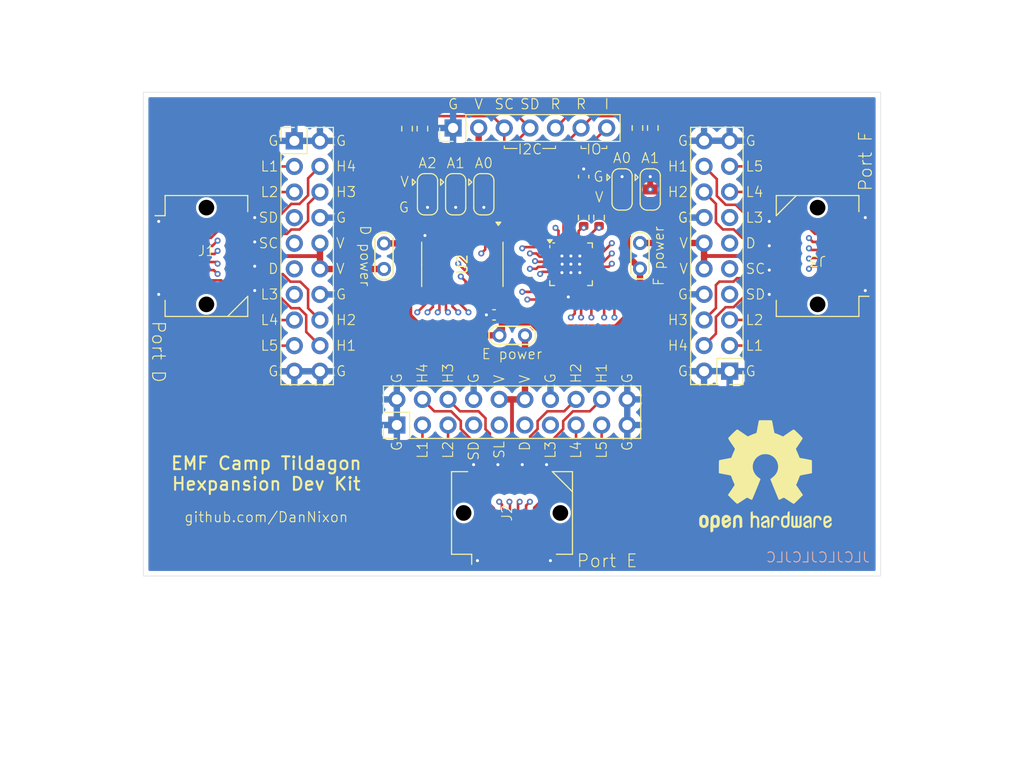
<source format=kicad_pcb>
(kicad_pcb (version 20240108) (generator "pcbnew") (generator_version "8.0")
  (layers (0 "F.Cu" signal) (1 "In1.Cu" signal) (2 "In2.Cu" signal) (31 "B.Cu" signal) (34 "B.Paste" user) (35 "F.Paste" user) (36 "B.SilkS" user "B.Silkscreen") (37 "F.SilkS" user "F.Silkscreen") (38 "B.Mask" user) (39 "F.Mask" user) (44 "Edge.Cuts" user))
  (net 0 "")
  (net 1 "GND")
  (net 2 "/PORT_D_3V3")
  (net 3 "/PORT_D_LS_1")
  (net 4 "/PORT_D_HS_4")
  (net 5 "/PORT_D_LS_3")
  (net 6 "/PORT_D_DET")
  (net 7 "/PORT_D_SDA")
  (net 8 "/PORT_D_HS_1")
  (net 9 "/PORT_D_HS_2")
  (net 10 "/PORT_D_LS_4")
  (net 11 "/PORT_D_HS_3")
  (net 12 "/PORT_D_LS_5")
  (net 13 "/PORT_D_LS_2")
  (net 14 "/PORT_D_SCL")
  (net 15 "/PORT_E_3V3")
  (net 16 "/PORT_E_HS_3")
  (net 17 "/PORT_E_LS_5")
  (net 18 "/PORT_E_LS_4")
  (net 19 "/PORT_E_LS_1")
  (net 20 "/PORT_E_LS_3")
  (net 21 "/PORT_E_HS_2")
  (net 22 "/PORT_E_HS_4")
  (net 23 "/PORT_E_SDA")
  (net 24 "/PORT_E_SCL")
  (net 25 "/PORT_E_DET")
  (net 26 "/PORT_E_HS_1")
  (net 27 "/PORT_E_LS_2")
  (net 28 "/PORT_F_HS_2")
  (net 29 "/PORT_F_3V3")
  (net 30 "/PORT_F_LS_2")
  (net 31 "/PORT_F_SCL")
  (net 32 "/PORT_F_LS_4")
  (net 33 "/PORT_F_LS_1")
  (net 34 "/PORT_F_HS_1")
  (net 35 "/PORT_F_HS_3")
  (net 36 "/PORT_F_HS_4")
  (net 37 "/PORT_F_LS_5")
  (net 38 "/PORT_F_LS_3")
  (net 39 "/PORT_F_SDA")
  (net 40 "/PORT_F_DET")
  (net 41 "/SDA")
  (net 42 "/SCL")
  (net 43 "/I2C_MUX_RST")
  (net 44 "+3V3")
  (net 45 "/IO_MUX_RST")
  (net 46 "/IO_MUX_INT")
  (net 47 "/IO_MUX_A0")
  (net 48 "/IO_MUX_A1")
  (net 49 "/I2C_MUX_A0")
  (net 50 "/I2C_MUX_A1")
  (net 51 "/I2C_MUX_A2")
  (net 53 "/SYS_SCL")
  (net 54 "/SYS_SDA")
  (footprint "TestPoint:TestPoint_2Pads_Pitch2.54mm_Drill0.8mm" (layer "F.Cu") (at 125.75 84.074)
    (property "Reference" "JP7" (hide yes))
    (property "Value" "Jumper_2_Open")
  )
  (footprint "Package_DFN_QFN:QFN-24-1EP_4x4mm_P0.5mm_EP2.7x2.6mm" (layer "F.Cu") (at 132.862 77.019)
    (property "Reference" "U1" (hide yes))
    (property "Value" "AW9523B")
  )
  (footprint "Capacitor_SMD:C_0603_1608Metric" (layer "F.Cu") (at 125.222 82.042 180)
    (property "Reference" "C2" (hide yes))
    (property "Value" "100nF")
  )
  (footprint "Resistor_SMD:R_0603_1608Metric" (layer "F.Cu") (at 139.446 63.5 90)
    (property "Reference" "R1" (hide yes))
    (property "Value" "4k7")
  )
  (footprint "Jumper:SolderJumper-3_P1.3mm_Bridged12_RoundedPad1.0x1.5mm" (layer "F.Cu") (at 121.412 70.074 -90)
    (property "Reference" "JP4" (hide yes))
    (property "Value" "SolderJumper_3_Bridged12")
  )
  (footprint "Jumper:SolderJumper-3_P1.3mm_Bridged12_RoundedPad1.0x1.5mm" (layer "F.Cu") (at 124.206 70.074 -90)
    (property "Reference" "JP3" (hide yes))
    (property "Value" "SolderJumper_3_Bridged12")
  )
  (footprint "Resistor_SMD:R_0603_1608Metric" (layer "F.Cu") (at 135.636 72.39 -90)
    (property "Reference" "R5" (hide yes))
    (property "Value" "4K7")
  )
  (footprint "Jumper:SolderJumper-3_P1.3mm_Bridged12_RoundedPad1.0x1.5mm" (layer "F.Cu") (at 140.716 69.596 -90)
    (property "Reference" "JP2" (hide yes))
    (property "Value" "SolderJumper_3_Bridged12")
  )
  (footprint "Package_SO:TSSOP-24_4.4x7.8mm_P0.65mm" (layer "F.Cu") (at 122.073 77.0305 -90)
    (property "Reference" "U2")
    (property "Value" "TCA9548APWR")
  )
  (footprint "tildagon:SFP" (layer "F.Cu") (at 127 101.694 90)
    (property "Reference" "J2")
    (property "Value" "Conn_02x10_Counter_Clockwise")
  )
  (footprint "Resistor_SMD:R_0603_1608Metric" (layer "F.Cu") (at 118.11 63.563 90)
    (property "Reference" "R3" (hide yes))
    (property "Value" "4K7")
  )
  (footprint "Resistor_SMD:R_0603_1608Metric" (layer "F.Cu") (at 116.586 63.563 90)
    (property "Reference" "R4" (hide yes))
    (property "Value" "4K7")
  )
  (footprint "Capacitor_SMD:C_0603_1608Metric" (layer "F.Cu") (at 134.112 68.326 90)
    (property "Reference" "C1" (hide yes))
    (property "Value" "100nF")
  )
  (footprint "Connector_PinHeader_2.54mm:PinHeader_1x07_P2.54mm_Vertical" (layer "F.Cu") (at 121.153 63.5 90)
    (property "Reference" "J4" (hide yes))
    (property "Value" "Conn_01x07")
  )
  (footprint "Resistor_SMD:R_0603_1608Metric" (layer "F.Cu") (at 140.97 63.5 90)
    (property "Reference" "R2" (hide yes))
    (property "Value" "4k7")
  )
  (footprint "tildagon:SFP" (layer "F.Cu") (at 96.68 76.2)
    (property "Reference" "J1")
    (property "Value" "Conn_02x10_Counter_Clockwise")
  )
  (footprint "Jumper:SolderJumper-3_P1.3mm_Bridged12_RoundedPad1.0x1.5mm" (layer "F.Cu") (at 137.922 69.596 -90)
    (property "Reference" "JP1" (hide yes))
    (property "Value" "SolderJumper_3_Bridged12")
  )
  (footprint "Connector_PinHeader_2.54mm:PinHeader_2x10_P2.54mm_Vertical" (layer "F.Cu") (at 148.595 87.625 180)
    (property "Reference" "J7" (hide yes))
    (property "Value" "Conn_02x10_Odd_Even")
  )
  (footprint "Connector_PinHeader_2.54mm:PinHeader_2x10_P2.54mm_Vertical" (layer "F.Cu") (at 105.405 64.775)
    (property "Reference" "J5" (hide yes))
    (property "Value" "Conn_02x10_Odd_Even")
  )
  (footprint "TestPoint:TestPoint_2Pads_Pitch2.54mm_Drill0.8mm" (layer "F.Cu") (at 114.3 74.95 -90)
    (property "Reference" "JP6" (hide yes))
    (property "Value" "Jumper_2_Open")
  )
  (footprint "TestPoint:TestPoint_2Pads_Pitch2.54mm_Drill0.8mm" (layer "F.Cu") (at 139.7 77.45 90)
    (property "Reference" "JP8" (hide yes))
    (property "Value" "Jumper_2_Open")
  )
  (footprint "Resistor_SMD:R_0603_1608Metric" (layer "F.Cu") (at 134.112 72.39 -90)
    (property "Reference" "R6" (hide yes))
    (property "Value" "4K7")
  )
  (footprint "tildagon:SFP" (layer "F.Cu") (at 157.32 76.2 180)
    (property "Reference" "J3")
    (property "Value" "Conn_02x10_Counter_Clockwise")
  )
  (footprint "Connector_PinHeader_2.54mm:PinHeader_2x10_P2.54mm_Vertical" (layer "F.Cu") (at 115.575 92.969 90)
    (property "Reference" "J6" (hide yes))
    (property "Value" "Conn_02x10_Odd_Even")
  )
  (footprint "Symbol:OSHW-Logo2_14.6x12mm_SilkScreen" (layer "F.Cu") (at 152.146 98.044)
    (property "Reference" "REF**" (hide yes))
    (property "Value" "OSHW-Logo2_14.6x12mm_SilkScreen" (hide yes))
  )
  (footprint "Jumper:SolderJumper-3_P1.3mm_Bridged12_RoundedPad1.0x1.5mm" (layer "F.Cu") (at 118.618 70.074 -90)
    (property "Reference" "JP5" (hide yes))
    (property "Value" "SolderJumper_3_Bridged12")
  )
  (gr_line (start 131.318 65.532) (end 131.318 65.278) (stroke (width 0.1)) (layer "F.SilkS"))
  (gr_line (start 136.398 65.532) (end 136.398 65.278) (stroke (width 0.1)) (layer "F.SilkS"))
  (gr_line (start 135.89 65.532) (end 136.398 65.532) (stroke (width 0.1)) (layer "F.SilkS"))
  (gr_line (start 127.508 65.532) (end 126.238 65.532) (stroke (width 0.1)) (layer "F.SilkS"))
  (gr_line (start 133.858 65.532) (end 133.858 65.278) (stroke (width 0.1)) (layer "F.SilkS"))
  (gr_line (start 126.238 65.532) (end 126.238 65.278) (stroke (width 0.1)) (layer "F.SilkS"))
  (gr_line (start 130.048 65.532) (end 131.318 65.532) (stroke (width 0.1)) (layer "F.SilkS"))
  (gr_line (start 134.366 65.532) (end 133.858 65.532) (stroke (width 0.1)) (layer "F.SilkS"))
  (gr_rect (start 90.424 59.944) (end 163.576 107.95) (stroke (width 0.05)) (fill none) (layer "Edge.Cuts"))
  (gr_text "JLCJLCJLCJLC" (at 162.56 106.68 0) (layer "B.SilkS") (effects (font (size 1 1) (thickness 0.1)) (justify left bottom mirror)))
  (gr_text "R" (at 133.858 61.722 0) (layer "F.SilkS") (effects (font (size 1 1) (thickness 0.1)) (justify bottom)))
  (gr_text "H1" (at 135.89 88.9 90) (layer "F.SilkS") (effects (font (size 1 1) (thickness 0.1)) (justify left)))
  (gr_text "L4" (at 150.114 69.85 0) (layer "F.SilkS") (effects (font (size 1 1) (thickness 0.1)) (justify left)))
  (gr_text "R" (at 131.318 61.722 0) (layer "F.SilkS") (effects (font (size 1 1) (thickness 0.1)) (justify bottom)))
  (gr_text "L4" (at 103.886 82.55 0) (layer "F.SilkS") (effects (font (size 1 1) (thickness 0.1)) (justify right)))
  (gr_text "SL" (at 125.73 94.488 90) (layer "F.SilkS") (effects (font (size 1 1) (thickness 0.1)) (justify right)))
  (gr_text "V" (at 116.84 68.834 0) (layer "F.SilkS") (effects (font (size 1 1) (thickness 0.1)) (justify right)))
  (gr_text "H2" (at 109.474 82.55 0) (layer "F.SilkS") (effects (font (size 1 1) (thickness 0.1)) (justify left)))
  (gr_text "D" (at 128.27 94.488 90) (layer "F.SilkS") (effects (font (size 1 1) (thickness 0.1)) (justify right)))
  (gr_text "SD" (at 103.886 72.39 0) (layer "F.SilkS") (effects (font (size 1 1) (thickness 0.1)) (justify right)))
  (gr_text "D" (at 150.114 74.93 0) (layer "F.SilkS") (effects (font (size 1 1) (thickness 0.1)) (justify left)))
  (gr_text "SC" (at 103.886 74.93 0) (layer "F.SilkS") (effects (font (size 1 1) (thickness 0.1)) (justify right)))
  (gr_text "Port D" (at 91.186 82.55 270) (layer "F.SilkS") (effects (font (size 1.27 1.27) (thickness 0.1016)) (justify left bottom)))
  (gr_text "A2" (at 118.618 67.564 0) (layer "F.SilkS") (effects (font (size 1 1) (thickness 0.1)) (justify bottom)))
  (gr_text "V" (at 144.526 77.47 0) (layer "F.SilkS") (effects (font (size 1 1) (thickness 0.1)) (justify right)))
  (gr_text "E power" (at 127 85.344 0) (layer "F.SilkS") (effects (font (size 1 1) (thickness 0.1)) (justify top)))
  (gr_text "G" (at 144.526 80.01 0) (layer "F.SilkS") (effects (font (size 1 1) (thickness 0.1)) (justify right)))
  (gr_text "Port F" (at 162.814 69.85 90) (layer "F.SilkS") (effects (font (size 1.27 1.27) (thickness 0.1016)) (justify left bottom)))
  (gr_text "A1" (at 140.716 67.056 0) (layer "F.SilkS") (effects (font (size 1 1) (thickness 0.1)) (justify bottom)))
  (gr_text "H4" (at 144.526 85.09 0) (layer "F.SilkS") (effects (font (size 1 1) (thickness 0.1)) (justify right)))
  (gr_text "L2" (at 150.114 82.55 0) (layer "F.SilkS") (effects (font (size 1 1) (thickness 0.1)) (justify left)))
  (gr_text "G" (at 150.114 87.63 0) (layer "F.SilkS") (effects (font (size 1 1) (thickness 0.1)) (justify left)))
  (gr_text "G" (at 116.84 71.374 0) (layer "F.SilkS") (effects (font (size 1 1) (thickness 0.1)) (justify right)))
  (gr_text "G" (at 103.886 64.77 0) (layer "F.SilkS") (effects (font (size 1 1) (thickness 0.1)) (justify right)))
  (gr_text "A0" (at 137.922 67.056 0) (layer "F.SilkS") (effects (font (size 1 1) (thickness 0.1)) (justify bottom)))
  (gr_text "V" (at 109.474 77.47 0) (layer "F.SilkS") (effects (font (size 1 1) (thickness 0.1)) (justify left)))
  (gr_text "SC" (at 126.238 61.722 0) (layer "F.SilkS") (effects (font (size 1 1) (thickness 0.1)) (justify bottom)))
  (gr_text "L3" (at 150.114 72.39 0) (layer "F.SilkS") (effects (font (size 1 1) (thickness 0.1)) (justify left)))
  (gr_text "D" (at 103.886 77.47 0) (layer "F.SilkS") (effects (font (size 1 1) (thickness 0.1)) (justify right)))
  (gr_text "SD" (at 128.778 61.722 0) (layer "F.SilkS") (effects (font (size 1 1) (thickness 0.1)) (justify bottom)))
  (gr_text "SC" (at 150.114 77.47 0) (layer "F.SilkS") (effects (font (size 1 1) (thickness 0.1)) (justify left)))
  (gr_text "L5" (at 150.114 67.31 0) (layer "F.SilkS") (effects (font (size 1 1) (thickness 0.1)) (justify left)))
  (gr_text "G" (at 130.81 88.9 90) (layer "F.SilkS") (effects (font (size 1 1) (thickness 0.1)) (justify left)))
  (gr_text "G" (at 103.886 87.63 0) (layer "F.SilkS") (effects (font (size 1 1) (thickness 0.1)) (justify right)))
  (gr_text "G" (at 144.526 72.39 0) (layer "F.SilkS") (effects (font (size 1 1) (thickness 0.1)) (justify right)))
  (gr_text "L5" (at 103.886 85.09 0) (layer "F.SilkS") (effects (font (size 1 1) (thickness 0.1)) (justify right)))
  (gr_text "IO" (at 135.128 65.024 0) (layer "F.SilkS") (effects (font (size 1 1) (thickness 0.1)) (justify top)))
  (gr_text "V" (at 109.474 74.93 0) (layer "F.SilkS") (effects (font (size 1 1) (thickness 0.1)) (justify left)))
  (gr_text "V" (at 144.526 74.93 0) (layer "F.SilkS") (effects (font (size 1 1) (thickness 0.1)) (justify right)))
  (gr_text "G" (at 109.474 87.63 0) (layer "F.SilkS") (effects (font (size 1 1) (thickness 0.1)) (justify left)))
  (gr_text "H3" (at 144.526 82.55 0) (layer "F.SilkS") (effects (font (size 1 1) (thickness 0.1)) (justify right)))
  (gr_text "SD" (at 150.114 80.01 0) (layer "F.SilkS") (effects (font (size 1 1) (thickness 0.1)) (justify left)))
  (gr_text "L1" (at 103.886 67.31 0) (layer "F.SilkS") (effects (font (size 1 1) (thickness 0.1)) (justify right)))
  (gr_text "G" (at 144.526 64.77 0) (layer "F.SilkS") (effects (font (size 1 1) (thickness 0.1)) (justify right)))
  (gr_text "L2" (at 120.65 94.488 90) (layer "F.SilkS") (effects (font (size 1 1) (thickness 0.1)) (justify right)))
  (gr_text "G" (at 115.57 94.488 90) (layer "F.SilkS") (effects (font (size 1 1) (thickness 0.1)) (justify right)))
  (gr_text "L1" (at 150.114 85.09 0) (layer "F.SilkS") (effects (font (size 1 1) (thickness 0.1)) (justify left)))
  (gr_text "H3" (at 109.474 69.85 0) (layer "F.SilkS") (effects (font (size 1 1) (thickness 0.1)) (justify left)))
  (gr_text "G" (at 150.114 64.77 0) (layer "F.SilkS") (effects (font (size 1 1) (thickness 0.1)) (justify left)))
  (gr_text "H1" (at 109.474 85.09 0) (layer "F.SilkS") (effects (font (size 1 1) (thickness 0.1)) (justify left)))
  (gr_text "G" (at 109.474 64.77 0) (layer "F.SilkS") (effects (font (size 1 1) (thickness 0.1)) (justify left)))
  (gr_text "L5" (at 135.89 94.488 90) (layer "F.SilkS") (effects (font (size 1 1) (thickness 0.1)) (justify right)))
  (gr_text "github.com/DanNixon" (at 102.616 102.108 0) (layer "F.SilkS") (effects (font (size 1 1) (thickness 0.1))))
  (gr_text "L2" (at 103.886 69.85 0) (layer "F.SilkS") (effects (font (size 1 1) (thickness 0.1)) (justify right)))
  (gr_text "H1" (at 144.526 67.31 0) (layer "F.SilkS") (effects (font (size 1 1) (thickness 0.1)) (justify right)))
  (gr_text "V" (at 123.698 61.722 0) (layer "F.SilkS") (effects (font (size 1 1) (thickness 0.1)) (justify bottom)))
  (gr_text "V" (at 136.144 70.358 0) (layer "F.SilkS") (effects (font (size 1 1) (thickness 0.1)) (justify right)))
  (gr_text "G" (at 109.474 72.39 0) (layer "F.SilkS") (effects (font (size 1 1) (thickness 0.1)) (justify left)))
  (gr_text "H2" (at 133.35 88.9 90) (layer "F.SilkS") (effects (font (size 1 1) (thickness 0.1)) (justify left)))
  (gr_text "A1" (at 121.412 67.564 0) (layer "F.SilkS") (effects (font (size 1 1) (thickness 0.1)) (justify bottom)))
  (gr_text "SD" (at 123.19 94.488 90) (layer "F.SilkS") (effects (font (size 1 1) (thickness 0.1)) (justify right)))
  (gr_text "G" (at 138.43 94.488 90) (layer "F.SilkS") (effects (font (size 1 1) (thickness 0.1)) (justify right)))
  (gr_text "I" (at 136.398 61.722 0) (layer "F.SilkS") (effects (font (size 1 1) (thickness 0.1)) (justify bottom)))
  (gr_text "G" (at 121.158 61.722 0) (layer "F.SilkS") (effects (font (size 1 1) (thickness 0.1)) (justify bottom)))
  (gr_text "G" (at 115.57 88.9 90) (layer "F.SilkS") (effects (font (size 1 1) (thickness 0.1)) (justify left)))
  (gr_text "H2" (at 144.526 69.85 0) (layer "F.SilkS") (effects (font (size 1 1) (thickness 0.1)) (justify right)))
  (gr_text "L3" (at 130.81 94.488 90) (layer "F.SilkS") (effects (font (size 1 1) (thickness 0.1)) (justify right)))
  (gr_text "L3" (at 103.886 80.01 0) (layer "F.SilkS") (effects (font (size 1 1) (thickness 0.1)) (justify right)))
  (gr_text "G" (at 136.144 68.326 0) (layer "F.SilkS") (effects (font (size 1 1) (thickness 0.1)) (justify right)))
  (gr_text "G" (at 144.526 72.39 0) (layer "F.SilkS") (effects (font (size 1 1) (thickness 0.1)) (justify right)))
  (gr_text "F power" (at 140.97 76.2 90) (layer "F.SilkS") (effects (font (size 1 1) (thickness 0.1)) (justify top)))
  (gr_text "V" (at 125.73 88.9 90) (layer "F.SilkS") (effects (font (size 1 1) (thickness 0.1)) (justify left)))
  (gr_text "H4" (at 118.11 88.9 90) (layer "F.SilkS") (effects (font (size 1 1) (thickness 0.1)) (justify left)))
  (gr_text "G" (at 138.43 88.9 90) (layer "F.SilkS") (effects (font (size 1 1) (thickness 0.1)) (justify left)))
  (gr_text "G" (at 123.19 88.9 90) (layer "F.SilkS") (effects (font (size 1 1) (thickness 0.1)) (justify left)))
  (gr_text "H4" (at 109.474 67.31 0) (layer "F.SilkS") (effects (font (size 1 1) (thickness 0.1)) (justify left)))
  (gr_text "H3" (at 120.65 88.9 90) (layer "F.SilkS") (effects (font (size 1 1) (thickness 0.1)) (justify left)))
  (gr_text "Port E" (at 133.35 107.188 0) (layer "F.SilkS") (effects (font (size 1.27 1.27) (thickness 0.1016)) (justify left bottom)))
  (gr_text "A0" (at 124.206 67.564 0) (layer "F.SilkS") (effects (font (size 1 1) (thickness 0.1)) (justify bottom)))
  (gr_text "G" (at 144.526 87.63 0) (layer "F.SilkS") (effects (font (size 1 1) (thickness 0.1)) (justify right)))
  (gr_text "D power" (at 113.03 76.2 -90) (layer "F.SilkS") (effects (font (size 1 1) (thickness 0.1)) (justify top)))
  (gr_text "EMF Camp Tildagon\nHexpansion Dev Kit" (at 102.616 97.79 0) (layer "F.SilkS") (effects (font (size 1.27 1.27) (thickness 0.2032))))
  (gr_text "G" (at 109.474 80.01 0) (layer "F.SilkS") (effects (font (size 1 1) (thickness 0.1)) (justify left)))
  (gr_text "I2C" (at 128.778 65.024 0) (layer "F.SilkS") (effects (font (size 1 1) (thickness 0.1)) (justify top)))
  (gr_text "V" (at 128.27 88.9 90) (layer "F.SilkS") (effects (font (size 1 1) (thickness 0.1)) (justify left)))
  (gr_text "L1" (at 118.11 94.488 90) (layer "F.SilkS") (effects (font (size 1 1) (thickness 0.1)) (justify right)))
  (gr_text "L4" (at 133.35 94.488 90) (layer "F.SilkS") (effects (font (size 1 1) (thickness 0.1)) (justify right)))
  (segment (start 132.612 80.24) (end 132.588 80.264) (width 0.254) (layer "F.Cu") (net 1))
  (segment (start 132.612 78.994) (end 132.612 80.24) (width 0.254) (layer "F.Cu") (net 1))
  (via (at 128.016 96.901) (size 0.6) (drill 0.3) (layers "F.Cu" "B.Cu") (net 1))
  (via (at 131.953 77.851) (size 0.6) (drill 0.3) (layers "F.Cu" "B.Cu") (net 1))
  (via (at 152.527 75.184) (size 0.6) (drill 0.3) (layers "F.Cu" "B.Cu") (net 1))
  (via (at 118.618 71.374) (size 0.6) (drill 0.3) (layers "F.Cu" "B.Cu") (net 1))
  (via (at 130.81 106.426) (size 0.6) (drill 0.3) (layers "F.Cu" "B.Cu") (net 1))
  (via (at 124.46 82.042) (size 0.6) (drill 0.3) (layers "F.Cu" "B.Cu") (net 1))
  (via (at 131.953 76.2) (size 0.6) (drill 0.3) (layers "F.Cu" "B.Cu") (net 1))
  (via (at 140.716 68.326) (size 0.6) (drill 0.3) (layers "F.Cu" "B.Cu") (net 1))
  (via (at 132.842 76.2) (size 0.6) (drill 0.3) (layers "F.Cu" "B.Cu") (net 1))
  (via (at 91.948 80.01) (size 0.6) (drill 0.3) (layers "F.Cu" "B.Cu") (net 1))
  (via (at 137.922 68.326) (size 0.6) (drill 0.3) (layers "F.Cu" "B.Cu") (net 1))
  (via (at 121.412 71.374) (size 0.6) (drill 0.3) (layers "F.Cu" "B.Cu") (net 1))
  (via (at 133.7056 77.0128) (size 0.6) (drill 0.3) (layers "F.Cu" "B.Cu") (net 1))
  (via (at 101.473 72.39) (size 0.6) (drill 0.3) (layers "F.Cu" "B.Cu") (net 1))
  (via (at 132.588 80.264) (size 0.6) (drill 0.3) (layers "F.Cu" "B.Cu") (net 1))
  (via (at 118.364 74.168) (size 0.6) (drill 0.3) (layers "F.Cu" "B.Cu") (net 1))
  (via (at 101.473 77.216) (size 0.6) (drill 0.3) (layers "F.Cu" "B.Cu") (net 1))
  (via (at 101.473 79.629) (size 0.6) (drill 0.3) (layers "F.Cu" "B.Cu") (net 1))
  (via (at 123.571 106.426) (size 0.6) (drill 0.3) (layers "F.Cu" "B.Cu") (net 1))
  (via (at 152.527 72.771) (size 0.6) (drill 0.3) (layers "F.Cu" "B.Cu") (net 1))
  (via (at 91.948 72.771) (size 0.6) (drill 0.3) (layers "F.Cu" "B.Cu") (net 1))
  (via (at 132.842 77.851) (size 0.6) (drill 0.3) (layers "F.Cu" "B.Cu") (net 1))
  (via (at 123.19 96.901) (size 0.6) (drill 0.3) (layers "F.Cu" "B.Cu") (net 1))
  (via (at 101.473 74.803) (size 0.6) (drill 0.3) (layers "F.Cu" "B.Cu") (net 1))
  (via (at 132.842 77.0128) (size 0.6) (drill 0.3) (layers "F.Cu" "B.Cu") (net 1))
  (via (at 130.429 96.901) (size 0.6) (drill 0.3) (layers "F.Cu" "B.Cu") (net 1))
  (via (at 162.052 79.629) (size 0.6) (drill 0.3) (layers "F.Cu" "B.Cu") (net 1))
  (via (at 162.052 72.39) (size 0.6) (drill 0.3) (layers "F.Cu" "B.Cu") (net 1))
  (via (at 125.603 96.901) (size 0.6) (drill 0.3) (layers "F.Cu" "B.Cu") (net 1))
  (via (at 124.206 71.374) (size 0.6) (drill 0.3) (layers "F.Cu" "B.Cu") (net 1))
  (via (at 133.731 76.2) (size 0.6) (drill 0.3) (layers "F.Cu" "B.Cu") (net 1))
  (via (at 152.527 77.597) (size 0.6) (drill 0.3) (layers "F.Cu" "B.Cu") (net 1))
  (via (at 152.527 80.01) (size 0.6) (drill 0.3) (layers "F.Cu" "B.Cu") (net 1))
  (via (at 131.9784 77.0128) (size 0.6) (drill 0.3) (layers "F.Cu" "B.Cu") (net 1))
  (via (at 134.112 67.564) (size 0.6) (drill 0.3) (layers "F.Cu" "B.Cu") (net 1))
  (via (at 133.731 77.851) (size 0.6) (drill 0.3) (layers "F.Cu" "B.Cu") (net 1))
  (segment (start 100.97 76.21) (end 100.78 76.4) (width 0.381) (layer "F.Cu") (net 2))
  (segment (start 107.945 76.21) (end 100.97 76.21) (width 0.381) (layer "F.Cu") (net 2))
  (segment (start 107.96 77.49) (end 107.945 77.475) (width 0.635) (layer "F.Cu") (net 2))
  (segment (start 114.3 77.49) (end 107.96 77.49) (width 0.635) (layer "F.Cu") (net 2))
  (segment (start 100.78 75.6) (end 100.78 76.4) (width 0.508) (layer "F.Cu") (net 2))
  (segment (start 107.945 74.935) (end 107.945 77.475) (width 0.635) (layer "F.Cu") (net 2))
  (segment (start 130.887 75.769) (end 130.437 75.319) (width 0.254) (layer "F.Cu") (net 3))
  (segment (start 97.29526 73.6) (end 103.58026 67.315) (width 0.254) (layer "F.Cu") (net 3))
  (segment (start 130.437 75.319) (end 128.135 75.319) (width 0.254) (layer "F.Cu") (net 3))
  (segment (start 103.58026 67.315) (end 105.405 67.315) (width 0.254) (layer "F.Cu") (net 3))
  (segment (start 92.58 73.6) (end 97.29526 73.6) (width 0.254) (layer "F.Cu") (net 3))
  (segment (start 128.135 75.319) (end 128.016 75.438) (width 0.254) (layer "F.Cu") (net 3))
  (via (at 128.016 75.438) (size 0.6) (drill 0.3) (layers "F.Cu" "B.Cu") (net 3))
  (segment (start 106.768 70.182) (end 106.768 68.492) (width 0.254) (layer "F.Cu") (net 4))
  (segment (start 102.93547 73.2) (end 105.10347 71.032) (width 0.254) (layer "F.Cu") (net 4))
  (segment (start 105.10347 71.032) (end 105.918 71.032) (width 0.254) (layer "F.Cu") (net 4))
  (segment (start 100.78 73.2) (end 102.93547 73.2) (width 0.254) (layer "F.Cu") (net 4))
  (segment (start 106.768 68.492) (end 107.945 67.315) (width 0.254) (layer "F.Cu") (net 4))
  (segment (start 105.918 71.032) (end 106.768 70.182) (width 0.254) (layer "F.Cu") (net 4))
  (segment (start 130.887 76.769) (end 129.347 76.769) (width 0.254) (layer "F.Cu") (net 5))
  (segment (start 97.412 77.6) (end 97.79 77.978) (width 0.254) (layer "F.Cu") (net 5))
  (segment (start 129.347 76.769) (end 129.286 76.708) (width 0.254) (layer "F.Cu") (net 5))
  (segment (start 92.58 77.6) (end 97.412 77.6) (width 0.254) (layer "F.Cu") (net 5))
  (via (at 129.286 76.708) (size 0.6) (drill 0.3) (layers "F.Cu" "B.Cu") (net 5))
  (via (at 97.79 77.978) (size 0.6) (drill 0.3) (layers "F.Cu" "B.Cu") (net 5))
  (segment (start 97.628 76.8) (end 97.79 76.962) (width 0.254) (layer "F.Cu") (net 6))
  (segment (start 92.58 76.8) (end 97.628 76.8) (width 0.254) (layer "F.Cu") (net 6))
  (via (at 97.79 76.962) (size 0.6) (drill 0.3) (layers "F.Cu" "B.Cu") (net 6))
  (segment (start 92.58 75.2) (end 97.266 75.2) (width 0.254) (layer "F.Cu") (net 7))
  (segment (start 118.498 79.893) (end 118.498 80.892) (width 0.254) (layer "F.Cu") (net 7))
  (segment (start 97.266 75.2) (end 97.79 74.676) (width 0.254) (layer "F.Cu") (net 7))
  (segment (start 118.498 80.892) (end 117.602 81.788) (width 0.254) (layer "F.Cu") (net 7))
  (via (at 97.79 74.676) (size 0.6) (drill 0.3) (layers "F.Cu" "B.Cu") (net 7))
  (via (at 117.602 81.788) (size 0.6) (drill 0.3) (layers "F.Cu" "B.Cu") (net 7))
  (segment (start 106.582 83.732) (end 107.945 85.095) (width 0.254) (layer "F.Cu") (net 8))
  (segment (start 100.78 78.8) (end 102.52547 78.8) (width 0.254) (layer "F.Cu") (net 8))
  (segment (start 106.582 82.06747) (end 106.582 83.732) (width 0.254) (layer "F.Cu") (net 8))
  (segment (start 102.52547 78.8) (end 105.10347 81.378) (width 0.254) (layer "F.Cu") (net 8))
  (segment (start 105.89253 81.378) (end 106.582 82.06747) (width 0.254) (layer "F.Cu") (net 8))
  (segment (start 105.10347 81.378) (end 105.89253 81.378) (width 0.254) (layer "F.Cu") (net 8))
  (segment (start 105.99053 78.75) (end 106.768 79.52747) (width 0.254) (layer "F.Cu") (net 9))
  (segment (start 104.26547 78) (end 105.01547 78.75) (width 0.254) (layer "F.Cu") (net 9))
  (segment (start 106.768 81.378) (end 107.945 82.555) (width 0.254) (layer "F.Cu") (net 9))
  (segment (start 100.78 78) (end 104.26547 78) (width 0.254) (layer "F.Cu") (net 9))
  (segment (start 106.768 79.52747) (end 106.768 81.378) (width 0.254) (layer "F.Cu") (net 9))
  (segment (start 105.01547 78.75) (end 105.99053 78.75) (width 0.254) (layer "F.Cu") (net 9))
  (segment (start 129.611712 77.269) (end 129.410712 77.47) (width 0.254) (layer "F.Cu") (net 10))
  (segment (start 130.887 77.269) (end 129.611712 77.269) (width 0.254) (layer "F.Cu") (net 10))
  (segment (start 102.092312 82.555) (end 105.405 82.555) (width 0.254) (layer "F.Cu") (net 10))
  (segment (start 129.410712 77.47) (end 128.778 77.47) (width 0.254) (layer "F.Cu") (net 10))
  (segment (start 92.58 78.4) (end 92.795 78.615) (width 0.254) (layer "F.Cu") (net 10))
  (segment (start 92.795 78.615) (end 98.152312 78.615) (width 0.254) (layer "F.Cu") (net 10))
  (segment (start 98.152312 78.615) (end 102.092312 82.555) (width 0.254) (layer "F.Cu") (net 10))
  (via (at 128.778 77.47) (size 0.6) (drill 0.3) (layers "F.Cu" "B.Cu") (net 10))
  (segment (start 100.78 74) (end 104.67547 74) (width 0.254) (layer "F.Cu") (net 11))
  (segment (start 106.768 72.722) (end 106.768 71.032) (width 0.254) (layer "F.Cu") (net 11))
  (segment (start 105.918 73.572) (end 106.768 72.722) (width 0.254) (layer "F.Cu") (net 11))
  (segment (start 105.10347 73.572) (end 105.918 73.572) (width 0.254) (layer "F.Cu") (net 11))
  (segment (start 104.67547 74) (end 105.10347 73.572) (width 0.254) (layer "F.Cu") (net 11))
  (segment (start 106.768 71.032) (end 107.945 69.855) (width 0.254) (layer "F.Cu") (net 11))
  (segment (start 92.58 79.2) (end 98.09526 79.2) (width 0.254) (layer "F.Cu") (net 12))
  (segment (start 98.09526 79.2) (end 103.99026 85.095) (width 0.254) (layer "F.Cu") (net 12))
  (segment (start 130.003 77.769) (end 129.794 77.978) (width 0.254) (layer "F.Cu") (net 12))
  (segment (start 103.99026 85.095) (end 105.405 85.095) (width 0.254) (layer "F.Cu") (net 12))
  (segment (start 130.887 77.769) (end 130.003 77.769) (width 0.254) (layer "F.Cu") (net 12))
  (via (at 129.794 77.978) (size 0.6) (drill 0.3) (layers "F.Cu" "B.Cu") (net 12))
  (segment (start 97.137312 74.4) (end 101.682312 69.855) (width 0.254) (layer "F.Cu") (net 13))
  (segment (start 129.410712 75.946) (end 128.778 75.946) (width 0.254) (layer "F.Cu") (net 13))
  (segment (start 101.682312 69.855) (end 105.405 69.855) (width 0.254) (layer "F.Cu") (net 13))
  (segment (start 92.58 74.4) (end 97.137312 74.4) (width 0.254) (layer "F.Cu") (net 13))
  (segment (start 129.733712 76.269) (end 129.410712 75.946) (width 0.254) (layer "F.Cu") (net 13))
  (segment (start 130.887 76.269) (end 129.733712 76.269) (width 0.254) (layer "F.Cu") (net 13))
  (via (at 128.778 75.946) (size 0.6) (drill 0.3) (layers "F.Cu" "B.Cu") (net 13))
  (segment (start 92.58 76) (end 97.482 76) (width 0.254) (layer "F.Cu") (net 14))
  (segment (start 97.482 76) (end 97.79 75.692) (width 0.254) (layer "F.Cu") (net 14))
  (segment (start 119.148 79.893) (end 119.148 81.258) (width 0.254) (layer "F.Cu") (net 14))
  (segment (start 119.148 81.258) (end 118.618 81.788) (width 0.254) (layer "F.Cu") (net 14))
  (via (at 97.79 75.692) (size 0.6) (drill 0.3) (layers "F.Cu" "B.Cu") (net 14))
  (via (at 118.618 81.788) (size 0.6) (drill 0.3) (layers "F.Cu" "B.Cu") (net 14))
  (segment (start 127 90.429) (end 127 97.394) (width 0.381) (layer "F.Cu") (net 15))
  (segment (start 127 90.429) (end 125.735 90.429) (width 0.635) (layer "F.Cu") (net 15))
  (segment (start 126.4 97.594) (end 127.2 97.594) (width 0.508) (layer "F.Cu") (net 15))
  (segment (start 128.29 84.074) (end 128.29 90.414) (width 0.635) (layer "F.Cu") (net 15))
  (segment (start 127 97.394) (end 127.2 97.594) (width 0.381) (layer "F.Cu") (net 15))
  (segment (start 128.275 90.429) (end 127 90.429) (width 0.635) (layer "F.Cu") (net 15))
  (segment (start 128.29 90.414) (end 128.275 90.429) (width 0.635) (layer "F.Cu") (net 15))
  (segment (start 124.372 92.29547) (end 123.68253 91.606) (width 0.254) (layer "F.Cu") (net 16))
  (segment (start 123.68253 91.606) (end 121.832 91.606) (width 0.254) (layer "F.Cu") (net 16))
  (segment (start 124.8 97.594) (end 124.8 93.812) (width 0.254) (layer "F.Cu") (net 16))
  (segment (start 121.832 91.606) (end 120.655 90.429) (width 0.254) (layer "F.Cu") (net 16))
  (segment (start 124.8 93.812) (end 124.372 93.384) (width 0.254) (layer "F.Cu") (net 16))
  (segment (start 124.372 93.384) (end 124.372 92.29547) (width 0.254) (layer "F.Cu") (net 16))
  (segment (start 134.112 78.994) (end 134.874 79.756) (width 0.254) (layer "F.Cu") (net 17))
  (segment (start 130 101.020052) (end 135.895 95.125052) (width 0.254) (layer "F.Cu") (net 17))
  (segment (start 130 105.794) (end 130 101.020052) (width 0.254) (layer "F.Cu") (net 17))
  (segment (start 135.895 95.125052) (end 135.895 92.969) (width 0.254) (layer "F.Cu") (net 17))
  (segment (start 134.874 79.756) (end 134.874 82.296) (width 0.254) (layer "F.Cu") (net 17))
  (via (at 134.874 82.296) (size 0.6) (drill 0.3) (layers "F.Cu" "B.Cu") (net 17))
  (segment (start 133.355 97.023) (end 133.355 92.969) (width 0.254) (layer "F.Cu") (net 18))
  (segment (start 133.997052 92.969) (end 133.355 92.969) (width 0.254) (layer "F.Cu") (net 18))
  (segment (start 129.2 101.178) (end 133.355 97.023) (width 0.254) (layer "F.Cu") (net 18))
  (segment (start 133.612 79.759235) (end 133.858 80.005235) (width 0.254) (layer "F.Cu") (net 18))
  (segment (start 133.612 78.994) (end 133.612 79.759235) (width 0.254) (layer "F.Cu") (net 18))
  (segment (start 133.858 80.005235) (end 133.858 82.296) (width 0.254) (layer "F.Cu") (net 18))
  (segment (start 129.2 105.794) (end 129.2 101.178) (width 0.254) (layer "F.Cu") (net 18))
  (via (at 133.858 82.296) (size 0.6) (drill 0.3) (layers "F.Cu" "B.Cu") (net 18))
  (segment (start 124.4 105.794) (end 124.4 101.07874) (width 0.254) (layer "F.Cu") (net 19))
  (segment (start 118.115 94.79374) (end 118.115 92.969) (width 0.254) (layer "F.Cu") (net 19))
  (segment (start 131.612 78.994) (end 130.85 79.756) (width 0.254) (layer "F.Cu") (net 19))
  (segment (start 130.85 79.756) (end 128.016 79.756) (width 0.254) (layer "F.Cu") (net 19))
  (segment (start 124.4 101.07874) (end 118.115 94.79374) (width 0.254) (layer "F.Cu") (net 19))
  (via (at 128.016 79.756) (size 0.6) (drill 0.3) (layers "F.Cu" "B.Cu") (net 19))
  (segment (start 133.231 80.020288) (end 133.231 81.907) (width 0.254) (layer "F.Cu") (net 20))
  (segment (start 133.231 81.907) (end 132.842 82.296) (width 0.254) (layer "F.Cu") (net 20))
  (segment (start 128.4 100.962) (end 128.778 100.584) (width 0.254) (layer "F.Cu") (net 20))
  (segment (start 133.112 78.994) (end 133.112 79.901288) (width 0.254) (layer "F.Cu") (net 20))
  (segment (start 133.112 79.901288) (end 133.231 80.020288) (width 0.254) (layer "F.Cu") (net 20))
  (segment (start 128.4 105.794) (end 128.4 100.962) (width 0.254) (layer "F.Cu") (net 20))
  (via (at 128.778 100.584) (size 0.6) (drill 0.3) (layers "F.Cu" "B.Cu") (net 20))
  (via (at 132.842 82.296) (size 0.6) (drill 0.3) (layers "F.Cu" "B.Cu") (net 20))
  (segment (start 132.178 91.606) (end 133.355 90.429) (width 0.254) (layer "F.Cu") (net 21))
  (segment (start 128.8 94.10853) (end 129.54 93.36853) (width 0.254) (layer "F.Cu") (net 21))
  (segment (start 129.54 93.36853) (end 129.54 92.57947) (width 0.254) (layer "F.Cu") (net 21))
  (segment (start 130.51347 91.606) (end 132.178 91.606) (width 0.254) (layer "F.Cu") (net 21))
  (segment (start 129.54 92.57947) (end 130.51347 91.606) (width 0.254) (layer "F.Cu") (net 21))
  (segment (start 128.8 97.594) (end 128.8 94.10853) (width 0.254) (layer "F.Cu") (net 21))
  (segment (start 120.95653 91.606) (end 119.292 91.606) (width 0.254) (layer "F.Cu") (net 22))
  (segment (start 121.92 92.56947) (end 120.95653 91.606) (width 0.254) (layer "F.Cu") (net 22))
  (segment (start 124 97.594) (end 124 95.43853) (width 0.254) (layer "F.Cu") (net 22))
  (segment (start 124 95.43853) (end 121.92 93.35853) (width 0.254) (layer "F.Cu") (net 22))
  (segment (start 121.92 93.35853) (end 121.92 92.56947) (width 0.254) (layer "F.Cu") (net 22))
  (segment (start 119.292 91.606) (end 118.115 90.429) (width 0.254) (layer "F.Cu") (net 22))
  (segment (start 119.798 81.624) (end 119.634 81.788) (width 0.254) (layer "F.Cu") (net 23))
  (segment (start 119.798 79.893) (end 119.798 81.624) (width 0.254) (layer "F.Cu") (net 23))
  (segment (start 126 105.794) (end 126 100.854) (width 0.254) (layer "F.Cu") (net 23))
  (segment (start 126 100.854) (end 125.73 100.584) (width 0.254) (layer "F.Cu") (net 23))
  (via (at 119.634 81.788) (size 0.6) (drill 0.3) (layers "F.Cu" "B.Cu") (net 23))
  (via (at 125.73 100.584) (size 0.6) (drill 0.3) (layers "F.Cu" "B.Cu") (net 23))
  (segment (start 120.448 81.586) (end 120.65 81.788) (width 0.254) (layer "F.Cu") (net 24))
  (segment (start 126.8 105.794) (end 126.8 100.638) (width 0.254) (layer "F.Cu") (net 24))
  (segment (start 126.8 100.638) (end 126.746 100.584) (width 0.254) (layer "F.Cu") (net 24))
  (segment (start 120.448 79.893) (end 120.448 81.586) (width 0.254) (layer "F.Cu") (net 24))
  (via (at 126.746 100.584) (size 0.6) (drill 0.3) (layers "F.Cu" "B.Cu") (net 24))
  (via (at 120.65 81.788) (size 0.6) (drill 0.3) (layers "F.Cu" "B.Cu") (net 24))
  (segment (start 127.6 100.746) (end 127.762 100.584) (width 0.254) (layer "F.Cu") (net 25))
  (segment (start 127.6 105.794) (end 127.6 100.746) (width 0.254) (layer "F.Cu") (net 25))
  (via (at 127.762 100.584) (size 0.6) (drill 0.3) (layers "F.Cu" "B.Cu") (net 25))
  (segment (start 134.718 91.606) (end 135.895 90.429) (width 0.254) (layer "F.Cu") (net 26))
  (segment (start 132.08 92.57947) (end 133.05347 91.606) (width 0.254) (layer "F.Cu") (net 26))
  (segment (start 133.05347 91.606) (end 134.718 91.606) (width 0.254) (layer "F.Cu") (net 26))
  (segment (start 132.08 93.36853) (end 132.08 92.57947) (width 0.254) (layer "F.Cu") (net 26))
  (segment (start 129.6 97.594) (end 129.6 95.84853) (width 0.254) (layer "F.Cu") (net 26))
  (segment (start 129.6 95.84853) (end 132.08 93.36853) (width 0.254) (layer "F.Cu") (net 26))
  (segment (start 125.2 101.236688) (end 120.655 96.691688) (width 0.254) (layer "F.Cu") (net 27))
  (segment (start 125.2 105.794) (end 125.2 101.236688) (width 0.254) (layer "F.Cu") (net 27))
  (segment (start 120.655 96.691688) (end 120.655 92.969) (width 0.254) (layer "F.Cu") (net 27))
  (segment (start 132.112 78.994) (end 132.112 79.446568) (width 0.254) (layer "F.Cu") (net 27))
  (segment (start 131.040568 80.518) (end 128.524 80.518) (width 0.254) (layer "F.Cu") (net 27))
  (segment (start 132.112 79.446568) (end 131.040568 80.518) (width 0.254) (layer "F.Cu") (net 27))
  (via (at 128.524 80.518) (size 0.6) (drill 0.3) (layers "F.Cu" "B.Cu") (net 27))
  (segment (start 153.22 74.4) (end 149.838 74.4) (width 0.254) (layer "F.Cu") (net 28))
  (segment (start 147.232 72.87253) (end 147.232 71.022) (width 0.254) (layer "F.Cu") (net 28))
  (segment (start 149.838 74.4) (end 149 73.562) (width 0.254) (layer "F.Cu") (net 28))
  (segment (start 147.92147 73.562) (end 147.232 72.87253) (width 0.254) (layer "F.Cu") (net 28))
  (segment (start 149 73.562) (end 147.92147 73.562) (width 0.254) (layer "F.Cu") (net 28))
  (segment (start 147.232 71.022) (end 146.055 69.845) (width 0.254) (layer "F.Cu") (net 28))
  (segment (start 146.055 74.925) (end 146.055 76.2) (width 0.635) (layer "F.Cu") (net 29))
  (segment (start 153.22 76) (end 153.22 76.8) (width 0.508) (layer "F.Cu") (net 29))
  (segment (start 139.7 74.91) (end 146.04 74.91) (width 0.635) (layer "F.Cu") (net 29))
  (segment (start 146.055 76.2) (end 146.055 77.465) (width 0.635) (layer "F.Cu") (net 29))
  (segment (start 153.02 76.2) (end 153.22 76) (width 0.381) (layer "F.Cu") (net 29))
  (segment (start 146.04 74.91) (end 146.055 74.925) (width 0.635) (layer "F.Cu") (net 29))
  (segment (start 146.055 76.2) (end 153.02 76.2) (width 0.381) (layer "F.Cu") (net 29))
  (segment (start 157.204 78) (end 152.659 82.545) (width 0.254) (layer "F.Cu") (net 30))
  (segment (start 137.16 79.639432) (end 137.16 82.296) (width 0.254) (layer "F.Cu") (net 30))
  (segment (start 148.595 82.545) (end 148.595 83.23447) (width 0.254) (layer "F.Cu") (net 30))
  (segment (start 161.42 78) (end 157.204 78) (width 0.254) (layer "F.Cu") (net 30))
  (segment (start 152.659 82.545) (end 148.595 82.545) (width 0.254) (layer "F.Cu") (net 30))
  (segment (start 134.837 77.769) (end 135.289568 77.769) (width 0.254) (layer "F.Cu") (net 30))
  (segment (start 135.289568 77.769) (end 137.16 79.639432) (width 0.254) (layer "F.Cu") (net 30))
  (via (at 137.16 82.296) (size 0.6) (drill 0.3) (layers "F.Cu" "B.Cu") (net 30))
  (segment (start 161.42 76.4) (end 156.518 76.4) (width 0.254) (layer "F.Cu") (net 31))
  (segment (start 121.748 80.854) (end 122.682 81.788) (width 0.254) (layer "F.Cu") (net 31))
  (segment (start 156.518 76.4) (end 156.464 76.454) (width 0.254) (layer "F.Cu") (net 31))
  (segment (start 121.748 79.893) (end 121.748 80.854) (width 0.254) (layer "F.Cu") (net 31))
  (via (at 122.682 81.788) (size 0.6) (drill 0.3) (layers "F.Cu" "B.Cu") (net 31))
  (via (at 156.464 76.454) (size 0.6) (drill 0.3) (layers "F.Cu" "B.Cu") (net 31))
  (segment (start 157.058 74) (end 152.903 69.845) (width 0.254) (layer "F.Cu") (net 32))
  (segment (start 152.903 69.845) (end 148.595 69.845) (width 0.254) (layer "F.Cu") (net 32))
  (segment (start 148.595 69.093) (end 148.595 69.845) (width 0.254) (layer "F.Cu") (net 32))
  (segment (start 161.42 74) (end 157.058 74) (width 0.254) (layer "F.Cu") (net 32))
  (segment (start 136.083 76.769) (end 136.906 75.946) (width 0.254) (layer "F.Cu") (net 32))
  (segment (start 134.837 76.769) (end 136.083 76.769) (width 0.254) (layer "F.Cu") (net 32))
  (via (at 136.906 75.946) (size 0.6) (drill 0.3) (layers "F.Cu" "B.Cu") (net 32))
  (segment (start 150.761052 85.085) (end 148.595 85.085) (width 0.254) (layer "F.Cu") (net 33))
  (segment (start 136.144 79.576) (end 136.144 82.296) (width 0.254) (layer "F.Cu") (net 33))
  (segment (start 161.42 78.8) (end 157.046052 78.8) (width 0.254) (layer "F.Cu") (net 33))
  (segment (start 134.837 78.269) (end 136.144 79.576) (width 0.254) (layer "F.Cu") (net 33))
  (segment (start 157.046052 78.8) (end 150.761052 85.085) (width 0.254) (layer "F.Cu") (net 33))
  (via (at 136.144 82.296) (size 0.6) (drill 0.3) (layers "F.Cu" "B.Cu") (net 33))
  (segment (start 151.685312 73.6) (end 149.205312 71.12) (width 0.254) (layer "F.Cu") (net 34))
  (segment (start 153.22 73.6) (end 151.685312 73.6) (width 0.254) (layer "F.Cu") (net 34))
  (segment (start 149.205312 71.12) (end 148.20547 71.12) (width 0.254) (layer "F.Cu") (net 34))
  (segment (start 148.20547 71.12) (end 147.32 70.23453) (width 0.254) (layer "F.Cu") (net 34))
  (segment (start 147.32 68.57) (end 146.055 67.305) (width 0.254) (layer "F.Cu") (net 34))
  (segment (start 147.32 70.23453) (end 147.32 68.57) (width 0.254) (layer "F.Cu") (net 34))
  (segment (start 147.574 78.74) (end 147.232 79.082) (width 0.254) (layer "F.Cu") (net 35))
  (segment (start 149.32453 78.4) (end 148.98453 78.74) (width 0.254) (layer "F.Cu") (net 35))
  (segment (start 153.22 78.4) (end 149.32453 78.4) (width 0.254) (layer "F.Cu") (net 35))
  (segment (start 147.232 79.082) (end 147.232 81.368) (width 0.254) (layer "F.Cu") (net 35))
  (segment (start 148.98453 78.74) (end 147.574 78.74) (width 0.254) (layer "F.Cu") (net 35))
  (segment (start 147.232 81.368) (end 146.055 82.545) (width 0.254) (layer "F.Cu") (net 35))
  (segment (start 148.98453 81.28) (end 148.19547 81.28) (width 0.254) (layer "F.Cu") (net 36))
  (segment (start 147.232 83.908) (end 146.055 85.085) (width 0.254) (layer "F.Cu") (net 36))
  (segment (start 153.22 79.2) (end 151.06453 79.2) (width 0.254) (layer "F.Cu") (net 36))
  (segment (start 148.19547 81.28) (end 147.232 82.24347) (width 0.254) (layer "F.Cu") (net 36))
  (segment (start 147.232 82.24347) (end 147.232 83.908) (width 0.254) (layer "F.Cu") (net 36))
  (segment (start 151.06453 79.2) (end 148.98453 81.28) (width 0.254) (layer "F.Cu") (net 36))
  (segment (start 157.485169 73.2) (end 151.590169 67.305) (width 0.254) (layer "F.Cu") (net 37))
  (segment (start 161.42 73.2) (end 157.485169 73.2) (width 0.254) (layer "F.Cu") (net 37))
  (segment (start 151.590169 67.305) (end 148.595 67.305) (width 0.254) (layer "F.Cu") (net 37))
  (segment (start 134.837 76.269) (end 135.567 76.269) (width 0.254) (layer "F.Cu") (net 37))
  (segment (start 135.567 76.269) (end 136.906 74.93) (width 0.254) (layer "F.Cu") (net 37))
  (via (at 136.906 74.93) (size 0.6) (drill 0.3) (layers "F.Cu" "B.Cu") (net 37))
  (segment (start 156.842 74.8) (end 156.464 74.422) (width 0.254) (layer "F.Cu") (net 38))
  (segment (start 161.42 74.8) (end 156.842 74.8) (width 0.254) (layer "F.Cu") (net 38))
  (segment (start 136.599 77.269) (end 136.906 76.962) (width 0.254) (layer "F.Cu") (net 38))
  (segment (start 134.837 77.269) (end 136.599 77.269) (width 0.254) (layer "F.Cu") (net 38))
  (via (at 156.464 74.422) (size 0.6) (drill 0.3) (layers "F.Cu" "B.Cu") (net 38))
  (via (at 136.906 76.962) (size 0.6) (drill 0.3) (layers "F.Cu" "B.Cu") (net 38))
  (segment (start 121.098 81.22) (end 121.666 81.788) (width 0.254) (layer "F.Cu") (net 39))
  (segment (start 156.734 77.2) (end 156.464 77.47) (width 0.254) (layer "F.Cu") (net 39))
  (segment (start 121.098 79.893) (end 121.098 81.22) (width 0.254) (layer "F.Cu") (net 39))
  (segment (start 161.42 77.2) (end 156.734 77.2) (width 0.254) (layer "F.Cu") (net 39))
  (via (at 121.666 81.788) (size 0.6) (drill 0.3) (layers "F.Cu" "B.Cu") (net 39))
  (via (at 156.464 77.47) (size 0.6) (drill 0.3) (layers "F.Cu" "B.Cu") (net 39))
  (segment (start 156.626 75.6) (end 156.464 75.438) (width 0.254) (layer "F.Cu") (net 40))
  (segment (start 161.42 75.6) (end 156.626 75.6) (width 0.254) (layer "F.Cu") (net 40))
  (via (at 156.464 75.438) (size 0.6) (drill 0.3) (layers "F.Cu" "B.Cu") (net 40))
  (segment (start 117.308 63.46) (end 117.308 62.314168) (width 0.254) (layer "F.Cu") (net 41))
  (segment (start 117.753168 61.869) (end 127.142 61.869) (width 0.254) (layer "F.Cu") (net 41))
  (segment (start 127.142 61.869) (end 128.773 63.5) (width 0.254) (layer "F.Cu") (net 41))
  (segment (start 116.586 62.738) (end 117.308 63.46) (width 0.254) (layer "F.Cu") (net 41))
  (segment (start 124.998 76.804192) (end 127 74.802192) (width 0.254) (layer "F.Cu") (net 41))
  (segment (start 127 65.273) (end 128.773 63.5) (width 0.254) (layer "F.Cu") (net 41))
  (segment (start 127 74.802192) (end 127 65.273) (width 0.254) (layer "F.Cu") (net 41))
  (segment (start 124.998 79.893) (end 124.998 76.804192) (width 0.254) (layer "F.Cu") (net 41))
  (segment (start 117.308 62.314168) (end 117.753168 61.869) (width 0.254) (layer "F.Cu") (net 41))
  (segment (start 118.11 62.738) (end 118.525 62.323) (width 0.254) (layer "F.Cu") (net 42))
  (segment (start 124.348 76.81214) (end 126.233 74.92714) (width 0.254) (layer "F.Cu") (net 42))
  (segment (start 125.056 62.323) (end 126.233 63.5) (width 0.254) (layer "F.Cu") (net 42))
  (segment (start 126.233 74.92714) (end 126.233 63.5) (width 0.254) (layer "F.Cu") (net 42))
  (segment (start 124.348 79.893) (end 124.348 76.81214) (width 0.254) (layer "F.Cu") (net 42))
  (segment (start 118.525 62.323) (end 125.056 62.323) (width 0.254) (layer "F.Cu") (net 42))
  (segment (start 140.164 61.869) (end 132.944 61.869) (width 0.254) (layer "F.Cu") (net 43))
  (segment (start 140.97 62.675) (end 140.164 61.869) (width 0.254) (layer "F.Cu") (net 43))
  (segment (start 124.348 75.55) (end 123.952 75.946) (width 0.254) (layer "F.Cu") (net 43))
  (segment (start 124.348 74.168) (end 124.348 75.55) (width 0.254) (layer "F.Cu") (net 43))
  (segment (start 132.944 61.869) (end 131.313 63.5) (width 0.254) (layer "F.Cu") (net 43))
  (via (at 123.952 75.946) (size 0.6) (drill 0.3) (layers "F.Cu" "B.Cu") (net 43))
  (segment (start 139.7 77.45) (end 139.7 80.91212) (width 0.635) (layer "F.Cu") (net 44))
  (segment (start 125.997 82.042) (end 125.997 82.804) (width 0.635) (layer "F.Cu") (net 44))
  (segment (start 116.7845 82.12662) (end 118.73188 84.074) (width 0.635) (layer "F.Cu") (net 44))
  (segment (start 125.648 81.693) (end 125.997 82.042) (width 0.381) (layer "F.Cu") (net 44))
  (segment (start 114.3 74.95) (end 116.7645 74.95) (width 0.635) (layer "F.Cu") (net 44))
  (segment (start 133.112 75.044) (end 133.112 71.628) (width 0.3302) (layer "F.Cu") (net 44))
  (segment (start 133.175 71.565) (end 133.112 71.628) (width 0.254) (layer "F.Cu") (net 44))
  (segment (start 134.112 71.565) (end 133.175 71.565) (width 0.254) (layer "F.Cu") (net 44))
  (segment (start 125.648 79.893) (end 125.648 81.693) (width 0.381) (layer "F.Cu") (net 44))
  (segment (start 116.7645 74.95) (end 116.7845 74.93) (width 0.635) (layer "F.Cu") (net 44))
  (segment (start 138.4825 71.4565) (end 137.922 70.896) (width 0.635) (layer "F.Cu") (net 44))
  (segment (start 133.112 71.628) (end 133.112 70.101) (width 0.3302) (layer "F.Cu") (net 44))
  (segment (start 125.997 83.827) (end 125.75 84.074) (width 0.635) (layer "F.Cu") (net 44))
  (segment (start 124.206 68.774) (end 118.618 68.774) (width 0.635) (layer "F.Cu") (net 44))
  (segment (start 139.446 64.325) (end 139.446 67.564) (width 0.254) (layer "F.Cu") (net 44))
  (segment (start 138.4825 76.2325) (end 138.4825 71.4565) (width 0.635) (layer "F.Cu") (net 44))
  (segment (start 139.446 68.334057) (end 139.446 70.896) (width 0.3302) (layer "F.Cu") (net 44))
  (segment (start 134.112 69.101) (end 135.792191 67.420809) (width 0.3302) (layer "F.Cu") (net 44))
  (segment (start 125.997 82.804) (end 125.997 83.827) (width 0.635) (layer "F.Cu") (net 44))
  (segment (start 123.693 68.261) (end 124.206 68.774) (width 0.635) (layer "F.Cu") (net 44))
  (segment (start 139.446 68.334057) (end 139.446 67.564) (width 0.3302) (layer "F.Cu") (net 44))
  (segment (start 139.7 77.45) (end 138.4825 76.2325) (width 0.635) (layer "F.Cu") (net 44))
  (segment (start 139.7 80.91212) (end 137.30012 83.312) (width 0.635) (layer "F.Cu") (net 44))
  (segment (start 118.11 68.266) (end 118.618 68.774) (width 0.254) (layer "F.Cu") (net 44))
  (segment (start 135.792191 67.420809) (end 139.302809 67.420809) (width 0.3302) (layer "F.Cu") (net 44))
  (segment (start 118.618 68.774) (end 117.633 68.774) (width 0.635) (layer "F.Cu") (net 44))
  (segment (start 140.97 64.325) (end 139.446 64.325) (width 0.254) (layer "F.Cu") (net 44))
  (segment (start 123.693 63.5) (end 123.693 68.261) (width 0.635) (layer "F.Cu") (net 44))
  (segment (start 116.7845 74.93) (end 116.7845 82.12662) (width 0.635) (layer "F.Cu") (net 44))
  (segment (start 117.633 68.774) (end 116.7845 69.6225) (width 0.635) (layer "F.Cu") (net 44))
  (segment (start 137.30012 83.312) (end 129.249806 83.312) (width 0.635) (layer "F.Cu") (net 44))
  (segment (start 116.586 64.388) (end 118.11 64.388) (width 0.254) (layer "F.Cu") (net 44))
  (segment (start 139.446 70.896) (end 140.716 70.896) (width 0.635) (layer "F.Cu") (net 44))
  (segment (start 128.741806 82.804) (end 125.997 82.804) (width 0.635) (layer "F.Cu") (net 44))
  (segment (start 116.7845 69.6225) (end 116.7845 74.93) (width 0.635) (layer "F.Cu") (net 44))
  (segment (start 135.636 71.565) (end 134.112 71.565) (width 0.254) (layer "F.Cu") (net 44))
  (segment (start 137.922 70.896) (end 139.446 70.896) (width 0.635) (layer "F.Cu") (net 44))
  (segment (start 141.471 70.896) (end 140.716 70.896) (width 0.254) (layer "F.Cu") (net 44))
  (segment (start 125.75 84.074) (end 125.75 83.52) (width 0.635) (layer "F.Cu") (net 44))
  (segment (start 129.249806 83.312) (end 128.741806 82.804) (width 0.635) (layer "F.Cu") (net 44))
  (segment (start 139.302809 67.420809) (end 139.446 67.564) (width 0.3302) (layer "F.Cu") (net 44))
  (segment (start 118.73188 84.074) (end 125.75 84.074) (width 0.635) (layer "F.Cu") (net 44))
  (segment (start 118.11 64.388) (end 118.11 68.266) (width 0.254) (layer "F.Cu") (net 44))
  (segment (start 133.112 70.101) (end 134.112 69.101) (width 0.3302) (layer "F.Cu") (net 44))
  (segment (start 133.853 63.5) (end 135.03 62.323) (width 0.254) (layer "F.Cu") (net 45))
  (segment (start 132.112 65.241) (end 133.853 63.5) (width 0.254) (layer "F.Cu") (net 45))
  (segment (start 139.094 62.323) (end 139.446 62.675) (width 0.254) (layer "F.Cu") (net 45))
  (segment (start 132.112 75.044) (end 132.112 65.241) (width 0.254) (layer "F.Cu") (net 45))
  (segment (start 135.03 62.323) (end 139.094 62.323) (width 0.254) (layer "F.Cu") (net 45))
  (segment (start 136.393 63.5) (end 132.612 67.281) (width 0.254) (layer "F.Cu") (net 46))
  (segment (start 132.612 67.281) (end 132.612 75.044) (width 0.254) (layer "F.Cu") (net 46))
  (segment (start 136.918 69.596) (end 136.652 69.862) (width 0.254) (layer "F.Cu") (net 47))
  (segment (start 136.652 73.954) (end 134.837 75.769) (width 0.254) (layer "F.Cu") (net 47))
  (segment (start 137.922 69.596) (end 136.918 69.596) (width 0.254) (layer "F.Cu") (net 47))
  (segment (start 136.652 69.862) (end 136.652 73.954) (width 0.254) (layer "F.Cu") (net 47))
  (segment (start 131.612 73.7) (end 131.318 73.406) (width 0.254) (layer "F.Cu") (net 48))
  (segment (start 131.612 75.044) (end 131.612 73.7) (width 0.254) (layer "F.Cu") (net 48))
  (via (at 131.318 73.406) (size 0.6) (drill 0.3) (layers "F.Cu" "B.Cu") (net 48))
  (via (at 140.716 69.596) (size 0.6) (drill 0.3) (layers "F.Cu" "B.Cu") (net 48))
  (segment (start 124.206 70.074) (end 124.67552 70.074) (width 0.254) (layer "F.Cu") (net 49))
  (segment (start 125.648 71.04648) (end 125.648 74.168) (width 0.254) (layer "F.Cu") (net 49))
  (segment (start 124.67552 70.074) (end 125.648 71.04648) (width 0.254) (layer "F.Cu") (net 49))
  (segment (start 121.412 70.074) (end 121.88152 70.074) (width 0.254) (layer "F.Cu") (net 50))
  (segment (start 123.124 71.7675) (end 124.46 73.1035) (width 0.254) (layer "F.Cu") (net 50))
  (segment (start 123.124 71.31648) (end 123.124 71.7675) (width 0.254) (layer "F.Cu") (net 50))
  (segment (start 124.670999 73.1035) (end 124.998 73.430501) (width 0.254) (layer "F.Cu") (net 50))
  (segment (start 124.998 73.430501) (end 124.998 74.168) (width 0.254) (layer "F.Cu") (net 50))
  (segment (start 124.46 73.1035) (end 124.670999 73.1035) (width 0.254) (layer "F.Cu") (net 50))
  (segment (start 121.88152 70.074) (end 123.124 71.31648) (width 0.254) (layer "F.Cu") (net 50))
  (segment (start 123.698 79.893) (end 123.698 78.107288) (width 0.254) (layer "F.Cu") (net 51))
  (segment (start 123.698 78.107288) (end 120.823212 75.2325) (width 0.254) (layer "F.Cu") (net 51))
  (segment (start 117.614 70.074) (end 118.618 70.074) (width 0.254) (layer "F.Cu") (net 51))
  (segment (start 118.21836 75.2325) (end 117.536 74.55014) (width 0.254) (layer "F.Cu") (net 51))
  (segment (start 117.536 74.55014) (end 117.536 70.152) (width 0.254) (layer "F.Cu") (net 51))
  (segment (start 120.823212 75.2325) (end 118.21836 75.2325) (width 0.254) (layer "F.Cu") (net 51))
  (segment (start 117.536 70.152) (end 117.614 70.074) (width 0.254) (layer "F.Cu") (net 51))
  (segment (start 135.636 73.215) (end 135.636 73.215) (width 0.254) (layer "F.Cu") (net 53))
  (segment (start 135.445 73.406) (end 135.636 73.406) (width 0.254) (layer "F.Cu") (net 53))
  (segment (start 135.636 73.406) (end 135.636 73.215) (width 0.254) (layer "F.Cu") (net 53))
  (segment (start 123.048 78.344) (end 121.666 76.962) (width 0.254) (layer "F.Cu") (net 53))
  (segment (start 134.112 75.044) (end 134.112 74.739) (width 0.254) (layer "F.Cu") (net 53))
  (segment (start 134.112 74.739) (end 135.445 73.406) (width 0.254) (layer "F.Cu") (net 53))
  (segment (start 123.048 79.893) (end 123.048 78.344) (width 0.254) (layer "F.Cu") (net 53))
  (via (at 135.636 73.406) (size 0.6) (drill 0.3) (layers "F.Cu" "B.Cu") (net 53))
  (via (at 121.666 76.962) (size 0.6) (drill 0.3) (layers "F.Cu" "B.Cu") (net 53))
  (segment (start 133.612 73.715) (end 133.921 73.406) (width 0.254) (layer "F.Cu") (net 54))
  (segment (start 133.612 75.044) (end 133.612 73.715) (width 0.254) (layer "F.Cu") (net 54))
  (segment (start 134.112 73.215) (end 134.112 73.215) (width 0.254) (layer "F.Cu") (net 54))
  (segment (start 122.398 78.71) (end 121.92 78.232) (width 0.254) (layer "F.Cu") (net 54))
  (segment (start 134.112 73.406) (end 134.112 73.215) (width 0.254) (layer "F.Cu") (net 54))
  (segment (start 133.921 73.406) (end 134.112 73.406) (width 0.254) (layer "F.Cu") (net 54))
  (segment (start 122.398 79.893) (end 122.398 78.71) (width 0.254) (layer "F.Cu") (net 54))
  (via (at 121.92 78.232) (size 0.6) (drill 0.3) (layers "F.Cu" "B.Cu") (net 54))
  (via (at 134.112 73.406) (size 0.6) (drill 0.3) (layers "F.Cu" "B.Cu") (net 54))
  (zone (net 1) (net_name "GND") (layer "B.Cu") (connect_pads (clearance 0.5)) (min_thickness 0.25) (fill yes (thermal_gap 0.635) (thermal_bridge_width 0.635))
    (polygon (pts (xy 76.2 50.8) (xy 177.8 50.8) (xy 177.8 127) (xy 76.2 127)))
  )
)
</source>
